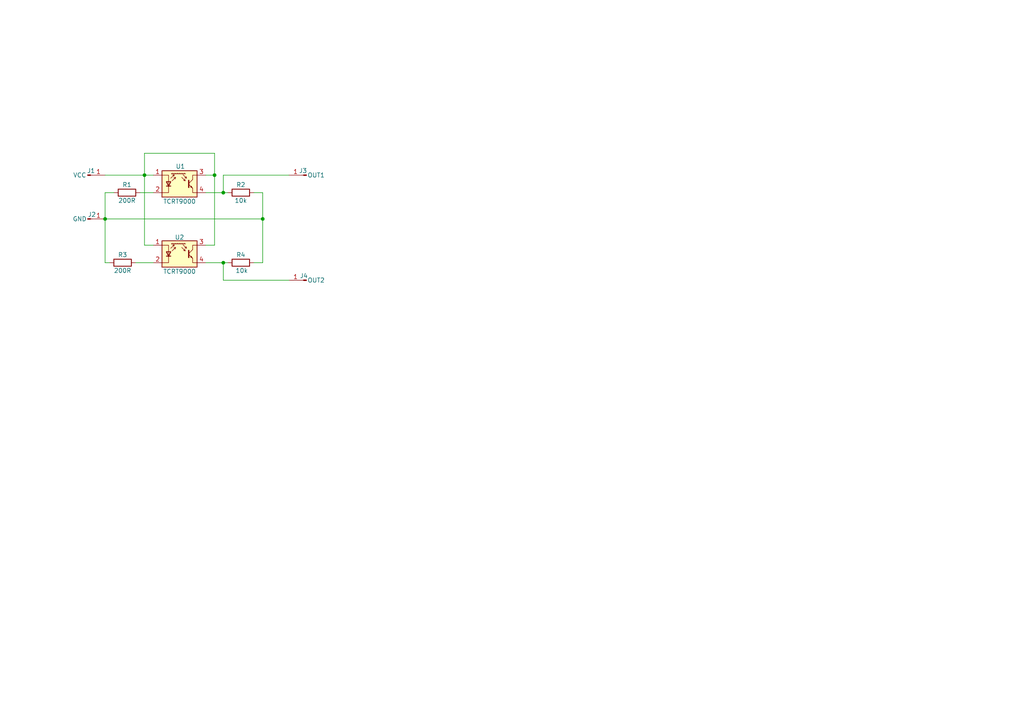
<source format=kicad_sch>
(kicad_sch (version 20250114) (generator "eeschema") (generator_version "9.0")
  (paper "A4")
  (lib_symbols
    (symbol "Connector:Conn_01x01_Pin" (pin_names (offset 1.016) (hide yes))
      (property "Reference" "J" (at 0 2.54 0))
      (property "Value" "Conn_01x01_Pin" (at 0 -2.54 0))
      (symbol "Conn_01x01_Pin_1_1"
        (rectangle (start 0.8636 0.127) (end 0 -0.127) (stroke (width 0.1524)) (fill (type outline)))
        (polyline (pts (xy 1.27 0) (xy 0.8636 0)) (stroke (width 0.1524)))
        (pin passive line (at 5.08 0 180) (length 3.81) (name "Pin_1") (number "1"))
      )
    )
    (symbol "Device:R" (pin_numbers (hide yes)) (pin_names (offset 0))
      (property "Reference" "R" (at 2.032 0 90))
      (property "Value" "R" (at 0 0 90))
      (symbol "R_0_1"
        (rectangle (start -1.016 -2.54) (end 1.016 2.54) (stroke (width 0.254)))
      )
      (symbol "R_1_1"
        (pin passive line (at 0 3.81 270) (length 1.27) (name "~") (number "1"))
        (pin passive line (at 0 -3.81 90) (length 1.27) (name "~") (number "2"))
      )
    )
    (symbol "Sensor_Proximity_Custom:TCRT9000" (pin_names (offset 1.016) (hide yes))
      (property "Reference" "U" (at -5.08 5.08 0))
      (property "Value" "TCRT9000" (at 5.08 5.08 0))
      (symbol "TCRT9000_0_1"
        (polyline (pts (xy -5.08 -2.54) (xy -3.175 -2.54) (xy -3.175 2.54) (xy -5.08 2.54)))
        (polyline (pts (xy -5.08 -3.81) (xy 5.08 -3.81) (xy 5.08 3.81) (xy -5.08 3.81) (xy -5.08 -3.81)) (stroke (width 0.254)) (fill (type background)))
        (polyline (pts (xy -3.81 -0.635) (xy -2.54 -0.635)) (stroke (width 0.254)))
        (polyline (pts (xy -3.175 -0.635) (xy -3.81 0.635) (xy -2.54 0.635) (xy -3.175 -0.635)) (stroke (width 0.254)))
        (polyline (pts (xy -2.54 1.651) (xy -1.524 2.667) (xy -2.032 2.54)))
        (polyline (pts (xy -2.286 2.921) (xy -2.032 3.175)))
        (polyline (pts (xy -2.159 0.889) (xy -1.143 1.905) (xy -1.651 1.778)))
        (polyline (pts (xy -1.778 2.921) (xy -1.524 3.175)))
        (polyline (pts (xy -1.524 2.667) (xy -1.651 2.159)))
        (polyline (pts (xy -1.27 2.921) (xy -1.016 3.175)))
        (polyline (pts (xy -1.143 1.905) (xy -1.27 1.397)))
        (polyline (pts (xy -0.762 2.921) (xy -0.508 3.175)))
        (polyline (pts (xy -0.254 2.921) (xy 0 3.175)))
        (polyline (pts (xy 0.254 2.921) (xy 0.508 3.175)))
        (polyline (pts (xy 0.635 1.905) (xy 1.651 0.889) (xy 1.524 1.397)))
        (polyline (pts (xy 0.762 2.921) (xy 1.016 3.175)))
        (polyline (pts (xy 1.016 2.667) (xy 2.032 1.651) (xy 1.905 2.159)))
        (polyline (pts (xy 1.27 2.921) (xy 1.524 3.175)))
        (polyline (pts (xy 1.651 0.889) (xy 1.143 1.016)))
        (polyline (pts (xy 1.778 2.921) (xy -2.413 2.921)))
        (polyline (pts (xy 2.032 1.651) (xy 1.524 1.778)))
        (polyline (pts (xy 2.667 1.016) (xy 2.667 -1.016) (xy 2.667 -1.016)) (stroke (width 0.3556)))
        (polyline (pts (xy 2.667 0.127) (xy 3.81 1.27)))
        (polyline (pts (xy 2.667 -0.127) (xy 3.81 -1.27)))
        (polyline (pts (xy 3.683 -1.143) (xy 3.429 -0.635) (xy 3.175 -0.889) (xy 3.683 -1.143)))
        (polyline (pts (xy 3.81 1.27) (xy 3.81 2.54) (xy 5.08 2.54)))
        (polyline (pts (xy 3.81 -1.27) (xy 3.81 -2.54) (xy 5.08 -2.54)))
      )
      (symbol "TCRT9000_1_1"
        (pin passive line (at -7.62 2.54 0) (length 2.54) (name "A") (number "1"))
        (pin passive line (at -7.62 -2.54 0) (length 2.54) (name "K") (number "2"))
        (pin open_collector line (at 7.62 2.54 180) (length 2.54) (name "C") (number "3"))
        (pin open_emitter line (at 7.62 -2.54 180) (length 2.54) (name "E") (number "4"))
      )
    )
  )
  (junction (at 76.2 63.5))
  (junction (at 64.77 55.88))
  (junction (at 30.48 63.5))
  (junction (at 41.91 50.8))
  (junction (at 62.23 50.8))
  (junction (at 64.77 76.2))
  (wire (pts (xy 31.75 76.2) (xy 30.48 76.2)))
  (wire (pts (xy 40.64 55.88) (xy 44.45 55.88)))
  (wire (pts (xy 76.2 63.5) (xy 76.2 76.2)))
  (wire (pts (xy 83.82 81.28) (xy 64.77 81.28)))
  (wire (pts (xy 62.23 44.45) (xy 62.23 50.8)))
  (wire (pts (xy 62.23 71.12) (xy 59.69 71.12)))
  (wire (pts (xy 62.23 50.8) (xy 59.69 50.8)))
  (wire (pts (xy 64.77 81.28) (xy 64.77 76.2)))
  (wire (pts (xy 41.91 71.12) (xy 41.91 50.8)))
  (wire (pts (xy 30.48 55.88) (xy 30.48 63.5)))
  (wire (pts (xy 76.2 76.2) (xy 73.66 76.2)))
  (wire (pts (xy 62.23 44.45) (xy 41.91 44.45)))
  (wire (pts (xy 30.48 76.2) (xy 30.48 63.5)))
  (wire (pts (xy 44.45 71.12) (xy 41.91 71.12)))
  (wire (pts (xy 59.69 76.2) (xy 64.77 76.2)))
  (wire (pts (xy 64.77 50.8) (xy 64.77 55.88)))
  (wire (pts (xy 30.48 50.8) (xy 41.91 50.8)))
  (wire (pts (xy 33.02 55.88) (xy 30.48 55.88)))
  (wire (pts (xy 62.23 50.8) (xy 62.23 71.12)))
  (wire (pts (xy 30.48 63.5) (xy 76.2 63.5)))
  (wire (pts (xy 59.69 55.88) (xy 64.77 55.88)))
  (wire (pts (xy 73.66 55.88) (xy 76.2 55.88)))
  (wire (pts (xy 39.37 76.2) (xy 44.45 76.2)))
  (wire (pts (xy 64.77 55.88) (xy 66.04 55.88)))
  (wire (pts (xy 83.82 50.8) (xy 64.77 50.8)))
  (wire (pts (xy 41.91 50.8) (xy 44.45 50.8)))
  (wire (pts (xy 41.91 44.45) (xy 41.91 50.8)))
  (wire (pts (xy 64.77 76.2) (xy 66.04 76.2)))
  (wire (pts (xy 76.2 55.88) (xy 76.2 63.5)))
  (symbol (lib_id "Connector:Conn_01x01_Pin") (at 25.4 50.8 0) (unit 1)
    (property "Reference" "J1" (at 26.416 49.53 0))
    (property "Value" "VCC" (at 23.114 50.8 0))
    (property "Footprint" "TestPoint:TestPoint_THTPad_2.0x2.0mm_Drill1.0mm" (effects (hide yes)))
    (property "Description" "Generic connector, single row, 01x01, script generated" (effects (hide yes)))
  )
  (symbol (lib_id "Device:R") (at 36.83 55.88 90) (unit 1)
    (property "Reference" "R1" (at 36.83 53.594 90))
    (property "Value" "200R" (at 36.83 58.166 90))
    (property "Footprint" "Resistor_THT:R_Axial_DIN0204_L3.6mm_D1.6mm_P5.08mm_Horizontal" (effects (hide yes)))
    (property "Description" "Resistor" (effects (hide yes)))
  )
  (symbol (lib_id "Sensor_Proximity_Custom:TCRT9000") (at 52.07 73.66 0) (unit 1)
    (property "Reference" "U2" (at 52.07 68.834 0))
    (property "Value" "TCRT9000" (at 52.07 78.74 0))
    (property "Footprint" "Sensor_Optical_Custom:TCRT9000" (effects (hide yes)))
    (property "Datasheet" "https://www.vishay.com/docs/83751/cny70.pdf" (effects (hide yes)))
    (property "Description" "Reflective Optical Sensor with Transistor Output" (effects (hide yes)))
  )
  (symbol (lib_id "Connector:Conn_01x01_Pin") (at 88.9 50.8 180) (unit 1)
    (property "Reference" "J3" (at 87.884 49.53 0))
    (property "Value" "OUT1" (at 91.694 50.8 0))
    (property "Footprint" "TestPoint:TestPoint_THTPad_2.0x2.0mm_Drill1.0mm" (effects (hide yes)))
    (property "Description" "Generic connector, single row, 01x01, script generated" (effects (hide yes)))
  )
  (symbol (lib_id "Sensor_Proximity_Custom:TCRT9000") (at 52.07 53.34 0) (unit 1)
    (property "Reference" "U1" (at 52.324 48.26 0))
    (property "Value" "TCRT9000" (at 52.07 58.42 0))
    (property "Footprint" "Sensor_Optical_Custom:TCRT9000" (effects (hide yes)))
    (property "Datasheet" "https://www.vishay.com/docs/83751/cny70.pdf" (effects (hide yes)))
    (property "Description" "Reflective Optical Sensor with Transistor Output" (effects (hide yes)))
  )
  (symbol (lib_id "Device:R") (at 69.85 55.88 90) (unit 1)
    (property "Reference" "R2" (at 69.85 53.594 90))
    (property "Value" "10k" (at 69.85 58.166 90))
    (property "Footprint" "Resistor_THT:R_Axial_DIN0204_L3.6mm_D1.6mm_P5.08mm_Vertical" (effects (hide yes)))
    (property "Description" "Resistor" (effects (hide yes)))
  )
  (symbol (lib_id "Device:R") (at 69.85 76.2 90) (unit 1)
    (property "Reference" "R4" (at 69.85 73.914 90))
    (property "Value" "10k" (at 70.104 78.486 90))
    (property "Footprint" "Resistor_THT:R_Axial_DIN0204_L3.6mm_D1.6mm_P5.08mm_Vertical" (effects (hide yes)))
    (property "Description" "Resistor" (effects (hide yes)))
  )
  (symbol (lib_id "Device:R") (at 35.56 76.2 90) (unit 1)
    (property "Reference" "R3" (at 35.56 73.914 90))
    (property "Value" "200R" (at 35.56 78.486 90))
    (property "Footprint" "Resistor_THT:R_Axial_DIN0204_L3.6mm_D1.6mm_P5.08mm_Vertical" (effects (hide yes)))
    (property "Description" "Resistor" (effects (hide yes)))
  )
  (symbol (lib_id "Connector:Conn_01x01_Pin") (at 88.9 81.28 180) (unit 1)
    (property "Reference" "J4" (at 88.138 80.01 0))
    (property "Value" "OUT2" (at 91.694 81.28 0))
    (property "Footprint" "TestPoint:TestPoint_THTPad_2.0x2.0mm_Drill1.0mm" (effects (hide yes)))
    (property "Description" "Generic connector, single row, 01x01, script generated" (effects (hide yes)))
  )
  (symbol (lib_id "Connector:Conn_01x01_Pin") (at 25.4 63.5 0) (unit 1)
    (property "Reference" "J2" (at 26.67 62.23 0))
    (property "Value" "GND" (at 23.114 63.5 0))
    (property "Footprint" "TestPoint:TestPoint_THTPad_2.0x2.0mm_Drill1.0mm" (effects (hide yes)))
    (property "Description" "Generic connector, single row, 01x01, script generated" (effects (hide yes)))
  )
)
</source>
